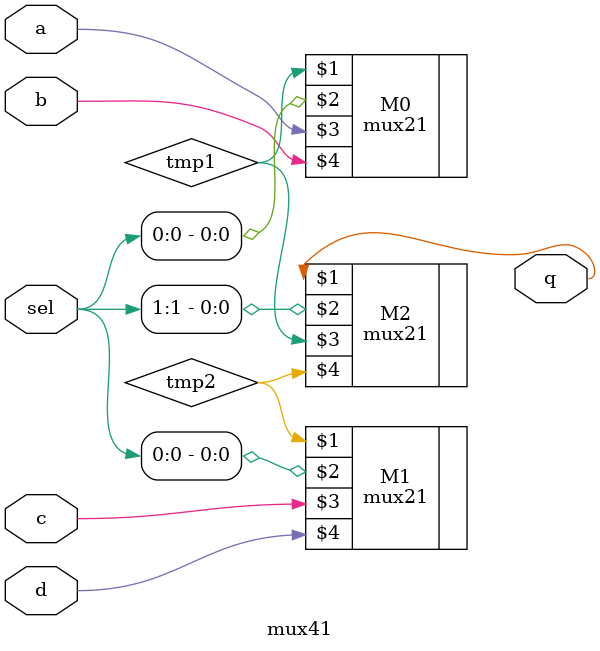
<source format=v>
`timescale 1ns / 1ps
module mux41(q, sel, a, b, c, d); 
 input[1:0] sel; 
 input a, b, c, d; 
 output q; 
 wire tmp1, tmp2; 
 
 mux21 M0(tmp1, sel[0], a, b); 
 mux21 M1(tmp2, sel[0], c, d); 
 mux21 M2(q, sel[1], tmp1, tmp2); 

    

endmodule

</source>
